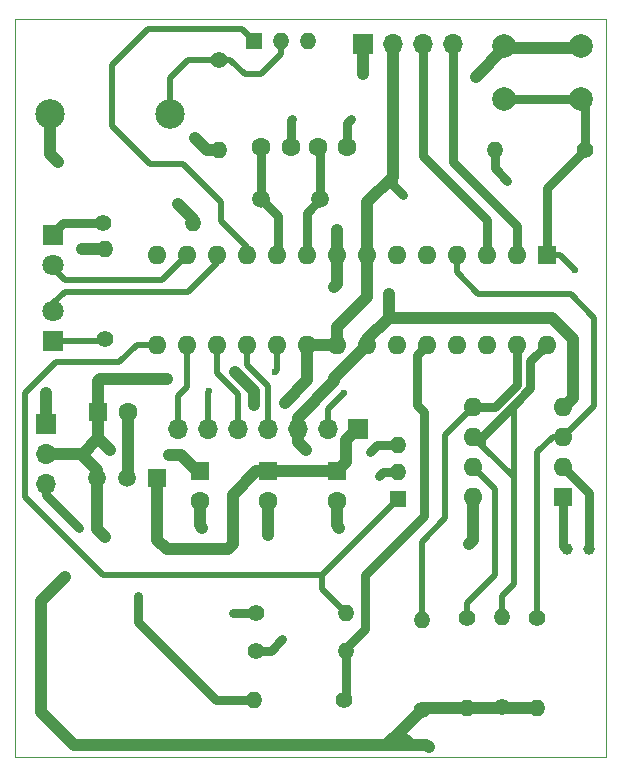
<source format=gbr>
G04 #@! TF.FileFunction,Copper,L1,Top,Signal*
%FSLAX46Y46*%
G04 Gerber Fmt 4.6, Leading zero omitted, Abs format (unit mm)*
G04 Created by KiCad (PCBNEW 4.0.4-stable) date 09/13/19 14:49:35*
%MOMM*%
%LPD*%
G01*
G04 APERTURE LIST*
%ADD10C,0.150000*%
%ADD11C,0.100000*%
%ADD12C,1.520000*%
%ADD13R,1.520000X1.520000*%
%ADD14R,1.600000X1.600000*%
%ADD15C,1.600000*%
%ADD16R,1.800000X1.800000*%
%ADD17C,1.800000*%
%ADD18O,1.600000X1.600000*%
%ADD19C,1.400000*%
%ADD20O,1.400000X1.400000*%
%ADD21C,2.000000*%
%ADD22C,2.499360*%
%ADD23R,1.400000X1.400000*%
%ADD24R,1.700000X1.700000*%
%ADD25O,1.700000X1.700000*%
%ADD26C,1.500000*%
%ADD27C,1.000000*%
%ADD28C,0.600000*%
%ADD29C,1.000000*%
%ADD30C,0.750000*%
%ADD31C,0.500000*%
G04 APERTURE END LIST*
D10*
D11*
X152400000Y-130000000D02*
X152400000Y-67500000D01*
X102400000Y-130000000D02*
X152400000Y-130000000D01*
X102400000Y-67500000D02*
X102400000Y-130000000D01*
X152400000Y-67500000D02*
X102400000Y-67500000D01*
D12*
X111860000Y-106400000D03*
X109320000Y-106400000D03*
D13*
X114400000Y-106400000D03*
D14*
X129600000Y-105800000D03*
D15*
X129600000Y-108300000D03*
D14*
X123800000Y-105800000D03*
D15*
X123800000Y-108300000D03*
D14*
X109400000Y-100800000D03*
D15*
X111900000Y-100800000D03*
D14*
X118000000Y-105800000D03*
D15*
X118000000Y-108300000D03*
D16*
X105600000Y-85800000D03*
D17*
X105600000Y-88340000D03*
D16*
X105600000Y-94800000D03*
D17*
X105600000Y-92260000D03*
D14*
X147400000Y-87500000D03*
D18*
X114380000Y-95120000D03*
X144860000Y-87500000D03*
X116920000Y-95120000D03*
X142320000Y-87500000D03*
X119460000Y-95120000D03*
X139780000Y-87500000D03*
X122000000Y-95120000D03*
X137240000Y-87500000D03*
X124540000Y-95120000D03*
X134700000Y-87500000D03*
X127080000Y-95120000D03*
X132160000Y-87500000D03*
X129620000Y-95120000D03*
X129620000Y-87500000D03*
X132160000Y-95120000D03*
X127080000Y-87500000D03*
X134700000Y-95120000D03*
X124540000Y-87500000D03*
X137240000Y-95120000D03*
X122000000Y-87500000D03*
X139780000Y-95120000D03*
X119460000Y-87500000D03*
X142320000Y-95120000D03*
X116920000Y-87500000D03*
X144860000Y-95120000D03*
X114380000Y-87500000D03*
X147400000Y-95120000D03*
D15*
X128000000Y-78400000D03*
X130500000Y-78400000D03*
X123200000Y-78400000D03*
X125700000Y-78400000D03*
D19*
X109800000Y-84800000D03*
D20*
X117420000Y-84800000D03*
D19*
X110000000Y-94600000D03*
D20*
X110000000Y-86980000D03*
D19*
X119600000Y-71000000D03*
D20*
X119600000Y-78620000D03*
D19*
X130200000Y-125200000D03*
D20*
X122580000Y-125200000D03*
D19*
X122800000Y-121000000D03*
D20*
X130420000Y-121000000D03*
D19*
X122800000Y-117800000D03*
D20*
X130420000Y-117800000D03*
D19*
X136800000Y-126000000D03*
D20*
X136800000Y-118380000D03*
D19*
X140600000Y-118200000D03*
D20*
X140600000Y-125820000D03*
D19*
X146600000Y-118200000D03*
D20*
X146600000Y-125820000D03*
D19*
X143600000Y-125800000D03*
D20*
X143600000Y-118180000D03*
D21*
X143800000Y-74300000D03*
X143800000Y-69800000D03*
X150300000Y-74300000D03*
X150300000Y-69800000D03*
D19*
X150600000Y-78600000D03*
D20*
X142980000Y-78600000D03*
D22*
X105320000Y-75600000D03*
X115480000Y-75600000D03*
D23*
X122600000Y-69400000D03*
D20*
X124900000Y-69400000D03*
X127200000Y-69400000D03*
D14*
X148800000Y-108000000D03*
D18*
X141180000Y-100380000D03*
X148800000Y-105460000D03*
X141180000Y-102920000D03*
X148800000Y-102920000D03*
X141180000Y-105460000D03*
X148800000Y-100380000D03*
X141180000Y-108000000D03*
D24*
X131800000Y-69600000D03*
D25*
X134340000Y-69600000D03*
X136880000Y-69600000D03*
X139420000Y-69600000D03*
D24*
X131400000Y-102200000D03*
D25*
X128860000Y-102200000D03*
X126320000Y-102200000D03*
X123780000Y-102200000D03*
X121240000Y-102200000D03*
X118700000Y-102200000D03*
X116160000Y-102200000D03*
D24*
X105000000Y-101800000D03*
D25*
X105000000Y-104340000D03*
X105000000Y-106880000D03*
D23*
X134800000Y-108200000D03*
D20*
X134800000Y-105900000D03*
X134800000Y-103600000D03*
D26*
X123200000Y-82800000D03*
X128200000Y-82800000D03*
D27*
X151000000Y-112400000D03*
X149100000Y-112400000D03*
D28*
X129400000Y-90200000D03*
X134000000Y-90800000D03*
X112800000Y-116400000D03*
X129600000Y-85400000D03*
X131800000Y-72200000D03*
X117600000Y-77600000D03*
X116200000Y-83200000D03*
X141400000Y-72400000D03*
X130800000Y-76000000D03*
X125800000Y-76000000D03*
X108000000Y-87000000D03*
X106000000Y-79600000D03*
X105000000Y-99200000D03*
X127000000Y-104000000D03*
X129800000Y-110600000D03*
X123800000Y-111200000D03*
X118200000Y-110600000D03*
X135200000Y-82400000D03*
X140800000Y-112000000D03*
X137400000Y-129200000D03*
X106600000Y-114800000D03*
X110000000Y-111400000D03*
X144000000Y-81200000D03*
X125200000Y-100000000D03*
X122600000Y-100200000D03*
X121000000Y-97400000D03*
X115200000Y-98000000D03*
X115400000Y-104400000D03*
X110400000Y-104000000D03*
X149800000Y-88800000D03*
X130200000Y-99200000D03*
X118800000Y-99000000D03*
X124400000Y-97400000D03*
X125000000Y-120000000D03*
X133200000Y-106200000D03*
X132400000Y-104200000D03*
X120800000Y-117800000D03*
X107800000Y-110600000D03*
D29*
X134000000Y-92800000D02*
X134000000Y-90800000D01*
X129620000Y-89980000D02*
X129620000Y-87500000D01*
X129400000Y-90200000D02*
X129620000Y-89980000D01*
X132160000Y-95120000D02*
X132160000Y-94640000D01*
X132160000Y-94640000D02*
X134000000Y-92800000D01*
X149600000Y-99580000D02*
X148800000Y-100380000D01*
X149600000Y-94600000D02*
X149600000Y-99580000D01*
X147800000Y-92800000D02*
X149600000Y-94600000D01*
X134000000Y-92800000D02*
X147800000Y-92800000D01*
X126320000Y-102200000D02*
X126320000Y-101280000D01*
X129400000Y-97880000D02*
X132160000Y-95120000D01*
X129400000Y-98200000D02*
X129400000Y-97880000D01*
X126320000Y-101280000D02*
X129400000Y-98200000D01*
D30*
X122580000Y-125200000D02*
X119400000Y-125200000D01*
X112800000Y-118600000D02*
X112800000Y-116400000D01*
X119400000Y-125200000D02*
X112800000Y-118600000D01*
D29*
X129620000Y-87500000D02*
X129620000Y-85420000D01*
X129620000Y-85420000D02*
X129600000Y-85400000D01*
X131800000Y-72200000D02*
X131800000Y-69600000D01*
X119600000Y-78620000D02*
X118620000Y-78620000D01*
X118620000Y-78620000D02*
X117600000Y-77600000D01*
X117420000Y-84800000D02*
X117420000Y-84420000D01*
X117420000Y-84420000D02*
X116200000Y-83200000D01*
X141400000Y-72400000D02*
X143800000Y-70000000D01*
X143800000Y-70000000D02*
X150100000Y-70000000D01*
X150100000Y-70000000D02*
X150300000Y-69800000D01*
D30*
X125700000Y-78400000D02*
X125700000Y-76100000D01*
X130500000Y-76300000D02*
X130500000Y-78400000D01*
X130800000Y-76000000D02*
X130500000Y-76300000D01*
X125700000Y-76100000D02*
X125800000Y-76000000D01*
D29*
X110000000Y-86980000D02*
X108020000Y-86980000D01*
X108020000Y-86980000D02*
X108000000Y-87000000D01*
X105000000Y-101800000D02*
X105000000Y-99200000D01*
X105320000Y-78920000D02*
X105320000Y-75600000D01*
X106000000Y-79600000D02*
X105320000Y-78920000D01*
X126320000Y-103320000D02*
X126320000Y-102200000D01*
X127000000Y-104000000D02*
X126320000Y-103320000D01*
X129600000Y-110400000D02*
X129600000Y-108300000D01*
X129800000Y-110600000D02*
X129600000Y-110400000D01*
X123800000Y-111200000D02*
X123800000Y-108300000D01*
X118000000Y-110400000D02*
X118000000Y-108300000D01*
X118200000Y-110600000D02*
X118000000Y-110400000D01*
X111900000Y-100800000D02*
X111900000Y-106360000D01*
X111900000Y-106360000D02*
X111860000Y-106400000D01*
D31*
X136200000Y-129000000D02*
X135600000Y-128400000D01*
X135400000Y-128200000D02*
X135600000Y-128400000D01*
X135400000Y-128200000D02*
X135200000Y-128200000D01*
X136200000Y-129000000D02*
X136200000Y-128800000D01*
X136200000Y-128800000D02*
X136200000Y-129000000D01*
X135200000Y-127600000D02*
X135200000Y-128200000D01*
X135200000Y-128200000D02*
X135200000Y-129000000D01*
X135200000Y-129000000D02*
X135200000Y-128600000D01*
X135200000Y-128600000D02*
X135200000Y-129000000D01*
D30*
X135200000Y-82400000D02*
X134340000Y-81540000D01*
X134340000Y-81540000D02*
X134340000Y-80860000D01*
D29*
X140600000Y-125820000D02*
X143580000Y-125820000D01*
X143580000Y-125820000D02*
X146600000Y-125820000D01*
X141180000Y-108000000D02*
X141180000Y-111620000D01*
X141180000Y-111620000D02*
X140800000Y-112000000D01*
X137400000Y-129200000D02*
X137200000Y-129000000D01*
X137200000Y-129000000D02*
X136200000Y-129000000D01*
X136200000Y-129000000D02*
X135200000Y-129000000D01*
X135200000Y-129000000D02*
X133800000Y-129000000D01*
X109320000Y-106400000D02*
X109320000Y-110720000D01*
X133800000Y-129000000D02*
X135200000Y-127600000D01*
X135200000Y-127600000D02*
X136800000Y-126000000D01*
X107400000Y-129000000D02*
X133800000Y-129000000D01*
X104600000Y-126200000D02*
X107400000Y-129000000D01*
X104600000Y-116800000D02*
X104600000Y-126200000D01*
X106600000Y-114800000D02*
X104600000Y-116800000D01*
X109320000Y-110720000D02*
X110000000Y-111400000D01*
X140600000Y-125820000D02*
X136980000Y-125820000D01*
X136980000Y-125820000D02*
X136800000Y-126000000D01*
D30*
X142980000Y-78600000D02*
X142980000Y-80180000D01*
X142980000Y-80180000D02*
X144000000Y-81200000D01*
D29*
X134340000Y-69600000D02*
X134340000Y-80860000D01*
X132160000Y-83040000D02*
X132160000Y-87500000D01*
X134340000Y-80860000D02*
X132160000Y-83040000D01*
X129620000Y-95120000D02*
X129620000Y-93580000D01*
X132160000Y-91040000D02*
X132160000Y-87500000D01*
X129620000Y-93580000D02*
X132160000Y-91040000D01*
X109400000Y-100800000D02*
X109400000Y-98200000D01*
X127080000Y-98120000D02*
X127080000Y-95120000D01*
X125200000Y-100000000D02*
X127080000Y-98120000D01*
X122600000Y-99000000D02*
X122600000Y-100200000D01*
X121000000Y-97400000D02*
X122600000Y-99000000D01*
X109600000Y-98000000D02*
X115200000Y-98000000D01*
X109400000Y-98200000D02*
X109600000Y-98000000D01*
X127080000Y-95120000D02*
X129620000Y-95120000D01*
X109400000Y-103000000D02*
X110400000Y-104000000D01*
X116400000Y-104400000D02*
X117800000Y-105800000D01*
X115400000Y-104400000D02*
X116400000Y-104400000D01*
X117800000Y-105800000D02*
X118000000Y-105800000D01*
X109400000Y-100800000D02*
X109400000Y-103000000D01*
X109400000Y-103000000D02*
X108000000Y-104400000D01*
X109320000Y-106400000D02*
X109320000Y-105720000D01*
X109320000Y-105720000D02*
X108000000Y-104400000D01*
X108000000Y-104400000D02*
X107940000Y-104340000D01*
X107940000Y-104340000D02*
X105000000Y-104340000D01*
X123800000Y-105800000D02*
X122800000Y-105800000D01*
X114400000Y-111600000D02*
X114400000Y-106400000D01*
X115200000Y-112400000D02*
X114400000Y-111600000D01*
X120400000Y-112400000D02*
X115200000Y-112400000D01*
X120800000Y-112000000D02*
X120400000Y-112400000D01*
X120800000Y-107800000D02*
X120800000Y-112000000D01*
X122800000Y-105800000D02*
X120800000Y-107800000D01*
X123800000Y-105800000D02*
X129600000Y-105800000D01*
X129600000Y-105800000D02*
X130400000Y-105000000D01*
X130400000Y-105000000D02*
X130400000Y-103200000D01*
X130400000Y-103200000D02*
X131400000Y-102200000D01*
D30*
X105600000Y-85800000D02*
X105600000Y-85600000D01*
X105600000Y-85600000D02*
X106400000Y-84800000D01*
X106400000Y-84800000D02*
X109800000Y-84800000D01*
D31*
X105600000Y-88340000D02*
X105600000Y-88600000D01*
X105600000Y-88600000D02*
X106600000Y-89600000D01*
X106600000Y-89600000D02*
X114820000Y-89600000D01*
X114820000Y-89600000D02*
X116920000Y-87500000D01*
X105600000Y-94800000D02*
X109800000Y-94800000D01*
X109800000Y-94800000D02*
X110000000Y-94600000D01*
X105600000Y-92260000D02*
X105600000Y-91600000D01*
X105600000Y-91600000D02*
X106600000Y-90600000D01*
X106600000Y-90600000D02*
X117000000Y-90600000D01*
X117000000Y-90600000D02*
X119460000Y-88140000D01*
X119460000Y-88140000D02*
X119460000Y-87500000D01*
X128860000Y-102200000D02*
X128860000Y-100540000D01*
X148500000Y-87500000D02*
X147400000Y-87500000D01*
X149800000Y-88800000D02*
X148500000Y-87500000D01*
X128860000Y-100540000D02*
X130200000Y-99200000D01*
D30*
X150600000Y-78600000D02*
X150600000Y-74600000D01*
X150600000Y-74600000D02*
X150300000Y-74300000D01*
X150300000Y-74300000D02*
X143800000Y-74300000D01*
X147400000Y-87500000D02*
X147400000Y-81800000D01*
X147400000Y-81800000D02*
X150600000Y-78600000D01*
D31*
X128400000Y-114600000D02*
X128400000Y-115780000D01*
X128400000Y-115780000D02*
X130420000Y-117800000D01*
X114380000Y-95120000D02*
X112680000Y-95120000D01*
X128400000Y-114600000D02*
X134800000Y-108200000D01*
X109800000Y-114600000D02*
X128400000Y-114600000D01*
X103200000Y-108000000D02*
X109800000Y-114600000D01*
X103200000Y-99200000D02*
X103200000Y-108000000D01*
X105800000Y-96600000D02*
X103200000Y-99200000D01*
X111200000Y-96600000D02*
X105800000Y-96600000D01*
X112680000Y-95120000D02*
X111200000Y-96600000D01*
D30*
X139420000Y-69600000D02*
X139420000Y-79620000D01*
X144860000Y-85060000D02*
X144860000Y-87500000D01*
X139420000Y-79620000D02*
X144860000Y-85060000D01*
D31*
X116920000Y-95120000D02*
X116920000Y-98680000D01*
X116160000Y-99440000D02*
X116160000Y-102200000D01*
X116920000Y-98680000D02*
X116160000Y-99440000D01*
D30*
X136880000Y-69600000D02*
X136880000Y-79080000D01*
X142320000Y-84520000D02*
X142320000Y-87500000D01*
X136880000Y-79080000D02*
X142320000Y-84520000D01*
D31*
X119460000Y-95120000D02*
X119460000Y-97460000D01*
X121240000Y-99240000D02*
X121240000Y-102200000D01*
X119460000Y-97460000D02*
X121240000Y-99240000D01*
X148800000Y-102920000D02*
X147880000Y-102920000D01*
X146600000Y-104200000D02*
X146600000Y-118200000D01*
X147880000Y-102920000D02*
X146600000Y-104200000D01*
X139780000Y-87500000D02*
X139780000Y-88980000D01*
X151400000Y-100320000D02*
X148800000Y-102920000D01*
X151400000Y-92800000D02*
X151400000Y-100320000D01*
X149400000Y-90800000D02*
X151400000Y-92800000D01*
X141600000Y-90800000D02*
X149400000Y-90800000D01*
X139780000Y-88980000D02*
X141600000Y-90800000D01*
X122000000Y-95120000D02*
X122000000Y-96800000D01*
X123780000Y-98580000D02*
X123780000Y-102200000D01*
X122000000Y-96800000D02*
X123780000Y-98580000D01*
X124540000Y-95120000D02*
X124540000Y-97260000D01*
X118700000Y-99100000D02*
X118700000Y-102200000D01*
X118800000Y-99000000D02*
X118700000Y-99100000D01*
X124540000Y-97260000D02*
X124400000Y-97400000D01*
D30*
X128200000Y-82800000D02*
X128200000Y-78600000D01*
X128200000Y-78600000D02*
X128000000Y-78400000D01*
X127080000Y-87500000D02*
X127080000Y-83920000D01*
X127080000Y-83920000D02*
X128200000Y-82800000D01*
X123200000Y-82800000D02*
X123200000Y-78400000D01*
X123200000Y-82800000D02*
X124600000Y-84200000D01*
X124600000Y-84200000D02*
X124600000Y-87440000D01*
X124600000Y-87440000D02*
X124540000Y-87500000D01*
X130420000Y-121000000D02*
X130420000Y-120780000D01*
X130420000Y-120780000D02*
X132000000Y-119200000D01*
X136400000Y-95960000D02*
X137240000Y-95120000D01*
X136400000Y-100200000D02*
X136400000Y-95960000D01*
X137000000Y-100800000D02*
X136400000Y-100200000D01*
X137000000Y-109600000D02*
X137000000Y-100800000D01*
X132000000Y-114600000D02*
X137000000Y-109600000D01*
X132000000Y-119200000D02*
X132000000Y-114600000D01*
X130420000Y-121000000D02*
X130420000Y-124980000D01*
X130420000Y-124980000D02*
X130200000Y-125200000D01*
D31*
X122000000Y-87500000D02*
X122000000Y-86800000D01*
X122000000Y-86800000D02*
X119800000Y-84600000D01*
X119800000Y-84600000D02*
X119800000Y-83000000D01*
X119800000Y-83000000D02*
X116600000Y-79800000D01*
X116600000Y-79800000D02*
X113800000Y-79800000D01*
X113800000Y-79800000D02*
X110600000Y-76600000D01*
X110600000Y-76600000D02*
X110600000Y-71400000D01*
X110600000Y-71400000D02*
X113600000Y-68400000D01*
X113600000Y-68400000D02*
X121600000Y-68400000D01*
X121600000Y-68400000D02*
X122600000Y-69400000D01*
X136800000Y-118380000D02*
X136800000Y-111800000D01*
X138800000Y-102760000D02*
X141180000Y-100380000D01*
X138800000Y-109800000D02*
X138800000Y-102760000D01*
X136800000Y-111800000D02*
X138800000Y-109800000D01*
D30*
X141180000Y-100380000D02*
X143020000Y-100380000D01*
X144860000Y-98540000D02*
X144860000Y-95120000D01*
X143020000Y-100380000D02*
X144860000Y-98540000D01*
D31*
X142030000Y-103770000D02*
X142030000Y-102770000D01*
X142400000Y-102600000D02*
X142400000Y-102400000D01*
X142200000Y-102600000D02*
X142400000Y-102600000D01*
X142030000Y-102770000D02*
X142200000Y-102600000D01*
X144600000Y-106340000D02*
X144600000Y-100200000D01*
X144600000Y-100200000D02*
X144600000Y-100400000D01*
X144600000Y-100400000D02*
X144600000Y-100200000D01*
X143600000Y-118180000D02*
X143600000Y-116400000D01*
X144600000Y-106340000D02*
X142030000Y-103770000D01*
X142030000Y-103770000D02*
X141180000Y-102920000D01*
X144600000Y-115400000D02*
X144600000Y-106340000D01*
X143600000Y-116400000D02*
X144600000Y-115400000D01*
D30*
X141180000Y-102920000D02*
X141880000Y-102920000D01*
X141880000Y-102920000D02*
X142400000Y-102400000D01*
X142400000Y-102400000D02*
X143100000Y-101700000D01*
X143100000Y-101700000D02*
X144600000Y-100200000D01*
X144600000Y-100200000D02*
X146000000Y-98800000D01*
X146000000Y-96520000D02*
X147400000Y-95120000D01*
X146000000Y-98800000D02*
X146000000Y-96520000D01*
D31*
X119600000Y-71000000D02*
X120600000Y-71000000D01*
X124900000Y-70500000D02*
X124900000Y-69400000D01*
X123200000Y-72200000D02*
X124900000Y-70500000D01*
X121800000Y-72200000D02*
X123200000Y-72200000D01*
X120600000Y-71000000D02*
X121800000Y-72200000D01*
X115480000Y-75600000D02*
X115480000Y-72520000D01*
X117000000Y-71000000D02*
X119600000Y-71000000D01*
X115480000Y-72520000D02*
X117000000Y-71000000D01*
D30*
X134800000Y-105900000D02*
X133500000Y-105900000D01*
X124000000Y-121000000D02*
X122800000Y-121000000D01*
X125000000Y-120000000D02*
X124000000Y-121000000D01*
X133500000Y-105900000D02*
X133200000Y-106200000D01*
X133000000Y-103600000D02*
X134800000Y-103600000D01*
X132400000Y-104200000D02*
X133000000Y-103600000D01*
X105000000Y-106880000D02*
X105000000Y-107800000D01*
X120800000Y-117800000D02*
X122800000Y-117800000D01*
X105000000Y-107800000D02*
X107800000Y-110600000D01*
D31*
X140600000Y-118200000D02*
X140600000Y-117000000D01*
X143000000Y-107280000D02*
X141180000Y-105460000D01*
X143000000Y-114600000D02*
X143000000Y-107280000D01*
X140600000Y-117000000D02*
X143000000Y-114600000D01*
D30*
X148800000Y-108000000D02*
X148800000Y-112100000D01*
X148800000Y-112100000D02*
X149100000Y-112400000D01*
X151000000Y-112400000D02*
X151000000Y-107660000D01*
X151000000Y-107660000D02*
X148800000Y-105460000D01*
M02*

</source>
